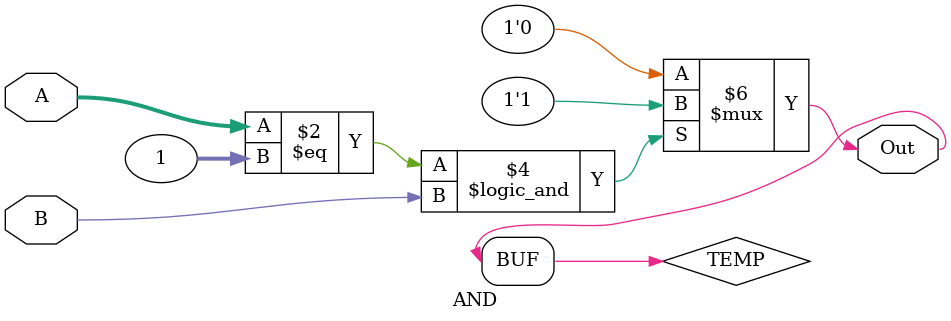
<source format=v>
module AND(
    input wire [31:0] A,
    input wire B,
    output wire Out
    );

    reg TEMP;
    assign Out = TEMP;
    
    always @ (*) begin
        if (A == 1 && B == 1) TEMP = 1;
        else TEMP = 0;
    end
endmodule
</source>
